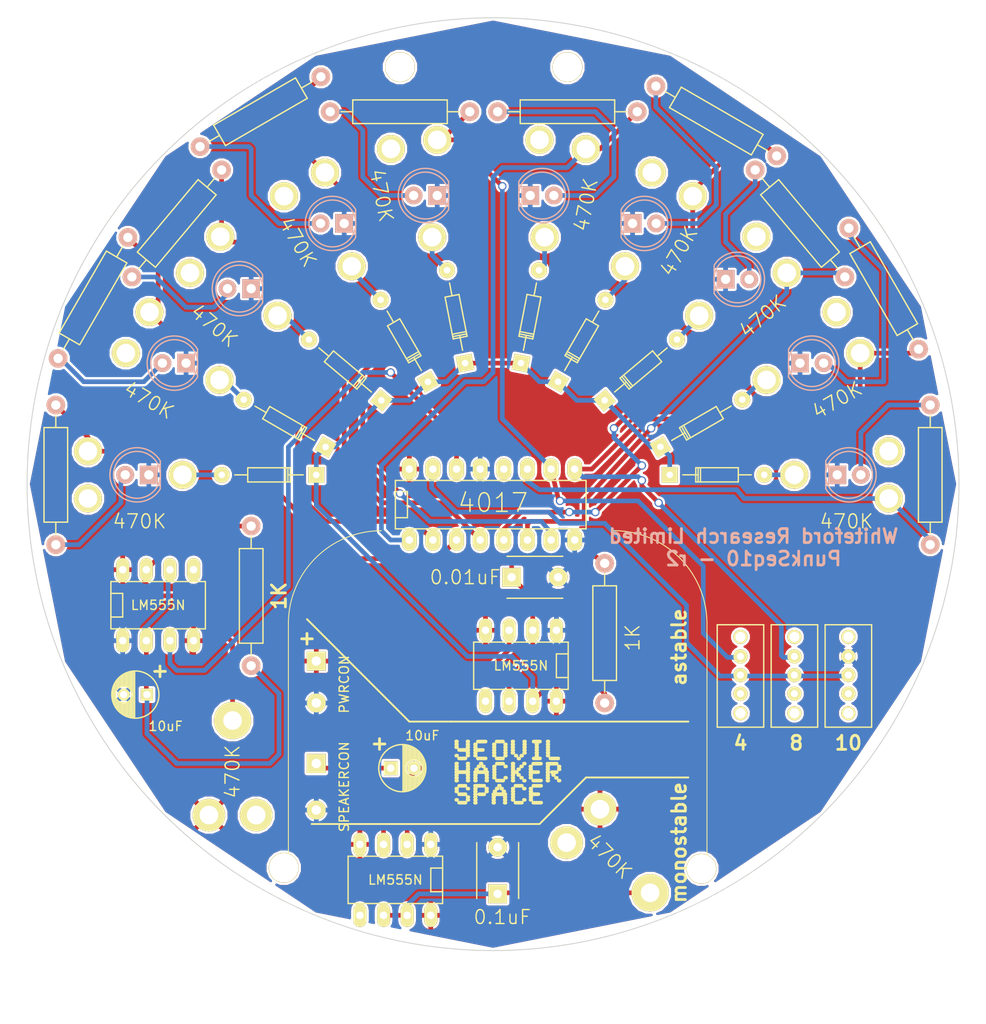
<source format=kicad_pcb>
(kicad_pcb (version 4) (host pcbnew "(2015-11-24 BZR 6329)-product")
  (layers (0 F.Cu signal) (31 B.Cu signal) (34 B.Paste user) (35 F.Paste user) (36 B.SilkS user) (37 F.SilkS user) (38 B.Mask user) (39 F.Mask user) (44 Edge.Cuts user))
  (net 0 "")
  (net 1 "Net-(C1-Pad1)")
  (net 2 GND)
  (net 3 "Net-(C2-Pad1)")
  (net 4 "Net-(C3-Pad1)")
  (net 5 "Net-(C3-Pad2)")
  (net 6 "Net-(U1-Pad3)")
  (net 7 +9V)
  (net 8 "Net-(1K1-Pad1)")
  (net 9 "Net-(1K1-Pad2)")
  (net 10 "Net-(D1-Pad2)")
  (net 11 CV)
  (net 12 "Net-(D2-Pad2)")
  (net 13 "Net-(D3-Pad2)")
  (net 14 "Net-(D4-Pad2)")
  (net 15 "Net-(D5-Pad2)")
  (net 16 "Net-(D6-Pad2)")
  (net 17 "Net-(D7-Pad2)")
  (net 18 "Net-(D8-Pad2)")
  (net 19 "Net-(D9-Pad2)")
  (net 20 "Net-(D10-Pad2)")
  (net 21 "Net-(D11-Pad2)")
  (net 22 "Net-(D12-Pad2)")
  (net 23 "Net-(D13-Pad2)")
  (net 24 "Net-(D14-Pad2)")
  (net 25 "Net-(D15-Pad2)")
  (net 26 "Net-(D16-Pad2)")
  (net 27 "Net-(D17-Pad2)")
  (net 28 "Net-(D18-Pad2)")
  (net 29 "Net-(D19-Pad2)")
  (net 30 "Net-(D20-Pad2)")
  (net 31 "Net-(R2-Pad1)")
  (net 32 "Net-(R3-Pad1)")
  (net 33 "Net-(R4-Pad1)")
  (net 34 "Net-(R5-Pad1)")
  (net 35 "Net-(R6-Pad1)")
  (net 36 "Net-(R7-Pad1)")
  (net 37 "Net-(R8-Pad1)")
  (net 38 "Net-(R9-Pad1)")
  (net 39 "Net-(R10-Pad1)")
  (net 40 "Net-(R11-Pad1)")
  (net 41 "Net-(U3-Pad3)")
  (net 42 "Net-(SW1-Pad2)")
  (module switch:CK_FARN1201430 (layer F.Cu) (at 238.6 89.6 90)
    (fp_text reference SW1 hide)
    (fp_text value SWITCH_INV hide)
    (pad 1 thru_hole circle (at -1.9 0 90) (size 1.524 1.524) (drill 0.762) (layers *.Cu *.Mask F.SilkS))
    (pad 2 thru_hole circle (at 0.1 0 90) (size 1.524 1.524) (drill 0.762) (layers *.Cu *.Mask F.SilkS) (net 42 "Net-(SW1-Pad2)"))
    (pad 3 thru_hole circle (at 2.1 0 90) (size 1.524 1.524) (drill 0.762) (layers *.Cu *.Mask F.SilkS) (net 35 "Net-(R6-Pad1)"))
    (pad "" thru_hole circle (at 4.2 0 90) (size 1.524 1.524) (drill 1.1) (layers *.Cu *.Mask F.SilkS))
    (pad "" thru_hole circle (at -4 0 90) (size 1.524 1.524) (drill 1.1) (layers *.Cu *.Mask F.SilkS))
  )
  (module Socket_Strips:Socket_Strip_Straight_1x01 (layer F.Cu) (at 189.5 110.2)
    (fp_text reference REF** hide)
    (fp_text value Socket_Strip_Straight_1x01 hide)
    (pad 1 thru_hole circle (at 0 0) (size 3.2 3.2) (drill 3.1) (layers *.Cu *.Mask F.SilkS))
  )
  (module Socket_Strips:Socket_Strip_Straight_1x01 (layer F.Cu) (at 234.4 110.3)
    (fp_text reference REF** hide)
    (fp_text value Socket_Strip_Straight_1x01 hide)
    (pad 1 thru_hole circle (at 0 0) (size 3.2 3.2) (drill 3.1) (layers *.Cu *.Mask F.SilkS))
  )
  (module Socket_Strips:Socket_Strip_Straight_1x01 (layer F.Cu) (at 220 24.2)
    (fp_text reference REF** hide)
    (fp_text value Socket_Strip_Straight_1x01 hide)
    (pad 1 thru_hole circle (at 0 0) (size 3.2 3.2) (drill 3.1) (layers *.Cu *.Mask F.SilkS))
  )
  (module Socket_Strips:Socket_Strip_Straight_1x01 (layer F.Cu) (at 202 24.2)
    (fp_text reference REF** hide)
    (fp_text value Socket_Strip_Straight_1x01 hide)
    (pad 1 thru_hole circle (at 0 0) (size 3.2 3.2) (drill 3.1) (layers *.Cu *.Mask F.SilkS))
  )
  (module Housings_DIP:DIP-16_W7.62mm_LongPads (layer F.Cu) (at 203 75 90)
    (fp_text reference U4 hide)
    (fp_text value 4017 (at 4 9 180) (layer F.SilkS) (effects (font (size 2 2))))
    (pad 1 thru_hole oval (at 0 0 90) (size 2.3 1.6) (drill 0.8) (layers *.Cu *.Mask F.SilkS) (net 36 "Net-(R7-Pad1)"))
    (pad 2 thru_hole oval (at 0 2.54 90) (size 2.3 1.6) (drill 0.8) (layers *.Cu *.Mask F.SilkS) (net 32 "Net-(R3-Pad1)"))
    (pad 3 thru_hole oval (at 0 5.08 90) (size 2.3 1.6) (drill 0.8) (layers *.Cu *.Mask F.SilkS) (net 31 "Net-(R2-Pad1)"))
    (pad 4 thru_hole oval (at 0 7.62 90) (size 2.3 1.6) (drill 0.8) (layers *.Cu *.Mask F.SilkS) (net 33 "Net-(R4-Pad1)"))
    (pad 5 thru_hole oval (at 0 10.16 90) (size 2.3 1.6) (drill 0.8) (layers *.Cu *.Mask F.SilkS) (net 37 "Net-(R8-Pad1)"))
    (pad 6 thru_hole oval (at 0 12.7 90) (size 2.3 1.6) (drill 0.8) (layers *.Cu *.Mask F.SilkS) (net 38 "Net-(R9-Pad1)"))
    (pad 7 thru_hole oval (at 0 15.24 90) (size 2.3 1.6) (drill 0.8) (layers *.Cu *.Mask F.SilkS) (net 34 "Net-(R5-Pad1)"))
    (pad 8 thru_hole oval (at 0 17.78 90) (size 2.3 1.6) (drill 0.8) (layers *.Cu *.Mask F.SilkS) (net 2 GND))
    (pad 9 thru_hole oval (at 7.62 17.78 90) (size 2.3 1.6) (drill 0.8) (layers *.Cu *.Mask F.SilkS) (net 39 "Net-(R10-Pad1)"))
    (pad 10 thru_hole oval (at 7.62 15.24 90) (size 2.3 1.6) (drill 0.8) (layers *.Cu *.Mask F.SilkS) (net 35 "Net-(R6-Pad1)"))
    (pad 11 thru_hole oval (at 7.62 12.7 90) (size 2.3 1.6) (drill 0.8) (layers *.Cu *.Mask F.SilkS) (net 40 "Net-(R11-Pad1)"))
    (pad 12 thru_hole oval (at 7.62 10.16 90) (size 2.3 1.6) (drill 0.8) (layers *.Cu *.Mask F.SilkS))
    (pad 13 thru_hole oval (at 7.62 7.62 90) (size 2.3 1.6) (drill 0.8) (layers *.Cu *.Mask F.SilkS) (net 2 GND))
    (pad 14 thru_hole oval (at 7.62 5.08 90) (size 2.3 1.6) (drill 0.8) (layers *.Cu *.Mask F.SilkS) (net 41 "Net-(U3-Pad3)"))
    (pad 15 thru_hole oval (at 7.62 2.54 90) (size 2.3 1.6) (drill 0.8) (layers *.Cu *.Mask F.SilkS) (net 42 "Net-(SW1-Pad2)"))
    (pad 16 thru_hole oval (at 7.62 0 90) (size 2.3 1.6) (drill 0.8) (layers *.Cu *.Mask F.SilkS) (net 7 +9V))
  )
  (module Sockets_DIP:DIP-8__300 (layer F.Cu) (at 176 82)
    (fp_text reference U3 hide)
    (fp_text value LM555N (at 0 0) (layer F.SilkS))
    (pad 1 thru_hole oval (at -3.81 3.81) (size 1.4 2.5) (drill 0.8128) (layers *.Cu *.Mask F.SilkS) (net 2 GND))
    (pad 2 thru_hole oval (at -1.27 3.81) (size 1.4 2.5) (drill 0.8128) (layers *.Cu *.Mask F.SilkS) (net 9 "Net-(1K1-Pad2)"))
    (pad 3 thru_hole oval (at 1.27 3.81) (size 1.4 2.5) (drill 0.8128) (layers *.Cu *.Mask F.SilkS) (net 41 "Net-(U3-Pad3)"))
    (pad 4 thru_hole oval (at 3.81 3.81) (size 1.4 2.5) (drill 0.8128) (layers *.Cu *.Mask F.SilkS) (net 7 +9V))
    (pad 5 thru_hole oval (at 3.81 -3.81) (size 1.4 2.5) (drill 0.8128) (layers *.Cu *.Mask F.SilkS))
    (pad 6 thru_hole oval (at 1.27 -3.81) (size 1.4 2.5) (drill 0.8128) (layers *.Cu *.Mask F.SilkS) (net 9 "Net-(1K1-Pad2)"))
    (pad 7 thru_hole oval (at -1.27 -3.81) (size 1.4 2.5) (drill 0.8128) (layers *.Cu *.Mask F.SilkS) (net 8 "Net-(1K1-Pad1)"))
    (pad 8 thru_hole oval (at -3.81 -3.81) (size 1.4 2.5) (drill 0.8128) (layers *.Cu *.Mask F.SilkS) (net 7 +9V))
  )
  (module Socket_Strips:Socket_Strip_Straight_1x02 (layer F.Cu) (at 193 90.5 270)
    (fp_text reference P2 hide)
    (fp_text value PWRCON (at 0 -3 270) (layer F.SilkS))
    (pad 1 thru_hole rect (at -2.5 0 270) (size 2.032 2.032) (drill 1.016) (layers *.Cu *.Mask F.SilkS) (net 7 +9V))
    (pad 2 thru_hole oval (at 2 0 270) (size 2.032 2.032) (drill 1.016) (layers *.Cu *.Mask F.SilkS) (net 2 GND))
  )
  (module Socket_Strips:Socket_Strip_Straight_1x02 (layer F.Cu) (at 193 101.5 270)
    (fp_text reference P1 hide)
    (fp_text value SPEAKERCON (at 0 -3 270) (layer F.SilkS))
    (pad 1 thru_hole rect (at -2.5 0 270) (size 2.032 2.032) (drill 1.016) (layers *.Cu *.Mask F.SilkS) (net 4 "Net-(C3-Pad1)"))
    (pad 2 thru_hole oval (at 2.5 0 270) (size 2.032 2.032) (drill 1.016) (layers *.Cu *.Mask F.SilkS) (net 2 GND))
  )
  (module Sockets_DIP:DIP-8__300 (layer F.Cu) (at 201.5 111.5 180)
    (fp_text reference U2 hide)
    (fp_text value LM555N (at 0 0 180) (layer F.SilkS))
    (pad 1 thru_hole oval (at -3.81 3.81 180) (size 1.4 2.5) (drill 0.8128) (layers *.Cu *.Mask F.SilkS) (net 2 GND))
    (pad 2 thru_hole oval (at -1.27 3.81 180) (size 1.4 2.5) (drill 0.8128) (layers *.Cu *.Mask F.SilkS) (net 6 "Net-(U1-Pad3)"))
    (pad 3 thru_hole oval (at 1.27 3.81 180) (size 1.4 2.5) (drill 0.8128) (layers *.Cu *.Mask F.SilkS) (net 5 "Net-(C3-Pad2)"))
    (pad 4 thru_hole oval (at 3.81 3.81 180) (size 1.4 2.5) (drill 0.8128) (layers *.Cu *.Mask F.SilkS) (net 7 +9V))
    (pad 5 thru_hole oval (at 3.81 -3.81 180) (size 1.4 2.5) (drill 0.8128) (layers *.Cu *.Mask F.SilkS))
    (pad 6 thru_hole oval (at 1.27 -3.81 180) (size 1.4 2.5) (drill 0.8128) (layers *.Cu *.Mask F.SilkS) (net 3 "Net-(C2-Pad1)"))
    (pad 7 thru_hole oval (at -1.27 -3.81 180) (size 1.4 2.5) (drill 0.8128) (layers *.Cu *.Mask F.SilkS) (net 3 "Net-(C2-Pad1)"))
    (pad 8 thru_hole oval (at -3.81 -3.81 180) (size 1.4 2.5) (drill 0.8128) (layers *.Cu *.Mask F.SilkS) (net 7 +9V))
  )
  (module Sockets_DIP:DIP-8__300 (layer F.Cu) (at 215 88.5 180)
    (fp_text reference U1 hide)
    (fp_text value LM555N (at 0 0 180) (layer F.SilkS))
    (pad 1 thru_hole oval (at -3.81 3.81 180) (size 1.4 2.5) (drill 0.8128) (layers *.Cu *.Mask F.SilkS) (net 2 GND))
    (pad 2 thru_hole oval (at -1.27 3.81 180) (size 1.4 2.5) (drill 0.8128) (layers *.Cu *.Mask F.SilkS) (net 1 "Net-(C1-Pad1)"))
    (pad 3 thru_hole oval (at 1.27 3.81 180) (size 1.4 2.5) (drill 0.8128) (layers *.Cu *.Mask F.SilkS) (net 6 "Net-(U1-Pad3)"))
    (pad 4 thru_hole oval (at 3.81 3.81 180) (size 1.4 2.5) (drill 0.8128) (layers *.Cu *.Mask F.SilkS) (net 7 +9V))
    (pad 5 thru_hole oval (at 3.81 -3.81 180) (size 1.4 2.5) (drill 0.8128) (layers *.Cu *.Mask F.SilkS))
    (pad 6 thru_hole oval (at 1.27 -3.81 180) (size 1.4 2.5) (drill 0.8128) (layers *.Cu *.Mask F.SilkS) (net 1 "Net-(C1-Pad1)"))
    (pad 7 thru_hole oval (at -1.27 -3.81 180) (size 1.4 2.5) (drill 0.8128) (layers *.Cu *.Mask F.SilkS) (net 11 CV))
    (pad 8 thru_hole oval (at -3.81 -3.81 180) (size 1.4 2.5) (drill 0.8128) (layers *.Cu *.Mask F.SilkS) (net 7 +9V))
  )
  (module Capacitors_ThroughHole:C_Disc_D6_P5 (layer F.Cu) (at 214 79)
    (fp_text reference C1 hide)
    (fp_text value 0.01uF (at -5 0) (layer F.SilkS) (effects (font (size 1.5 1.5))))
    (pad 1 thru_hole rect (at 0 0) (size 2 2) (drill 0.9) (layers *.Cu *.Mask F.SilkS) (net 1 "Net-(C1-Pad1)"))
    (pad 2 thru_hole circle (at 5 0) (size 2 2) (drill 0.9) (layers *.Cu *.Mask F.SilkS) (net 2 GND))
  )
  (module Capacitors_ThroughHole:C_Disc_D6_P5 (layer F.Cu) (at 212.5 113 90)
    (fp_text reference C2 hide)
    (fp_text value 0.1uF (at -2.5 0.5 180) (layer F.SilkS) (effects (font (size 1.5 1.5))))
    (pad 1 thru_hole rect (at 0 0 90) (size 2 2) (drill 0.9) (layers *.Cu *.Mask F.SilkS) (net 3 "Net-(C2-Pad1)"))
    (pad 2 thru_hole circle (at 5 0 90) (size 2 2) (drill 0.9) (layers *.Cu *.Mask F.SilkS) (net 2 GND))
  )
  (module Resistors_ThroughHole:Resistor_Horizontal_RM15mm (layer F.Cu) (at 224 85 90)
    (fp_text reference R1 hide)
    (fp_text value 1K (at -0.5 3 90) (layer F.SilkS) (effects (font (size 1.5 1.5))))
    (pad 1 thru_hole circle (at -7.5 0 90) (size 1.99898 1.99898) (drill 1.00076) (layers *.Cu *.SilkS *.Mask) (net 11 CV))
    (pad 2 thru_hole circle (at 7.5 0 90) (size 1.99898 1.99898) (drill 1.00076) (layers *.Cu *.SilkS *.Mask) (net 1 "Net-(C1-Pad1)"))
  )
  (module PNZ10Z:PNZ10Z (layer F.Cu) (at 223.5 107.5 225)
    (fp_text reference VR2 hide)
    (fp_text value 470K (at 0.353553 -1.767767 315) (layer F.SilkS) (effects (font (size 1.5 1.5))))
    (pad 1 thru_hole circle (at -2.54 2.54 225) (size 3.5 3.5) (drill 2) (layers *.Cu *.Mask F.SilkS) (net 7 +9V))
    (pad 3 thru_hole circle (at 2.54 2.54 225) (size 3.5 3.5) (drill 2) (layers *.Cu *.Mask F.SilkS))
    (pad 2 thru_hole circle (at 0 -7.62 225) (size 4 4) (drill 2) (layers *.Cu *.Mask F.SilkS) (net 3 "Net-(C2-Pad1)"))
  )
  (module PNZ10Z:PNZ10Z (layer F.Cu) (at 184 102)
    (fp_text reference VR1 hide)
    (fp_text value 470K (at 0 -2.12132 90) (layer F.SilkS) (effects (font (size 1.5 1.5))))
    (pad 1 thru_hole circle (at -2.54 2.54) (size 3.5 3.5) (drill 2) (layers *.Cu *.Mask F.SilkS) (net 7 +9V))
    (pad 3 thru_hole circle (at 2.54 2.54) (size 3.5 3.5) (drill 2) (layers *.Cu *.Mask F.SilkS))
    (pad 2 thru_hole circle (at 0 -7.62) (size 4 4) (drill 2) (layers *.Cu *.Mask F.SilkS) (net 8 "Net-(1K1-Pad1)"))
  )
  (module PNZ10Z:logo (layer F.Cu) (at 213.5 100)
    (fp_text reference G*** hide)
    (fp_text value LOGO hide)
  )
  (module Capacitors_ThroughHole:C_Radial_D5_L11_P2.5 (layer F.Cu) (at 201 99.5)
    (fp_text reference C3 hide)
    (fp_text value CP hide)
    (pad 1 thru_hole rect (at 0 0) (size 1.5 1.5) (drill 0.8) (layers *.Cu *.Mask F.SilkS) (net 4 "Net-(C3-Pad1)"))
    (pad 2 thru_hole circle (at 2.5 0) (size 1.5 1.5) (drill 0.8) (layers *.Cu *.Mask F.SilkS) (net 5 "Net-(C3-Pad2)"))
  )
  (module LEDs:LED-5MM (layer B.Cu) (at 175 68 180)
    (fp_text reference D11 hide)
    (fp_text value LED hide)
    (pad 1 thru_hole rect (at 0 0 90) (size 2 1.9) (drill 1.00076) (layers *.Cu *.Mask B.SilkS) (net 2 GND))
    (pad 2 thru_hole circle (at 2.54 0 180) (size 1.9 1.9) (drill 1.00076) (layers *.Cu *.Mask B.SilkS) (net 21 "Net-(D11-Pad2)"))
  )
  (module LEDs:LED-5MM (layer B.Cu) (at 179 56 180)
    (fp_text reference D12 hide)
    (fp_text value LED hide)
    (pad 1 thru_hole rect (at 0 0 90) (size 2 1.9) (drill 1.00076) (layers *.Cu *.Mask B.SilkS) (net 2 GND))
    (pad 2 thru_hole circle (at 2.54 0 180) (size 1.9 1.9) (drill 1.00076) (layers *.Cu *.Mask B.SilkS) (net 22 "Net-(D12-Pad2)"))
  )
  (module LEDs:LED-5MM (layer B.Cu) (at 186 48 180)
    (fp_text reference D13 hide)
    (fp_text value LED hide)
    (pad 1 thru_hole rect (at 0 0 90) (size 2 1.9) (drill 1.00076) (layers *.Cu *.Mask B.SilkS) (net 2 GND))
    (pad 2 thru_hole circle (at 2.54 0 180) (size 1.9 1.9) (drill 1.00076) (layers *.Cu *.Mask B.SilkS) (net 23 "Net-(D13-Pad2)"))
  )
  (module LEDs:LED-5MM (layer B.Cu) (at 196 41 180)
    (fp_text reference D14 hide)
    (fp_text value LED hide)
    (pad 1 thru_hole rect (at 0 0 90) (size 2 1.9) (drill 1.00076) (layers *.Cu *.Mask B.SilkS) (net 2 GND))
    (pad 2 thru_hole circle (at 2.54 0 180) (size 1.9 1.9) (drill 1.00076) (layers *.Cu *.Mask B.SilkS) (net 24 "Net-(D14-Pad2)"))
  )
  (module LEDs:LED-5MM (layer B.Cu) (at 206 38 180)
    (fp_text reference D15 hide)
    (fp_text value LED)
    (pad 1 thru_hole rect (at 0 0 90) (size 2 1.9) (drill 1.00076) (layers *.Cu *.Mask B.SilkS) (net 2 GND))
    (pad 2 thru_hole circle (at 2.54 0 180) (size 1.9 1.9) (drill 1.00076) (layers *.Cu *.Mask B.SilkS) (net 25 "Net-(D15-Pad2)"))
  )
  (module LEDs:LED-5MM (layer B.Cu) (at 216 38)
    (fp_text reference D16 hide)
    (fp_text value LED)
    (pad 1 thru_hole rect (at 0 0 270) (size 2 1.9) (drill 1.00076) (layers *.Cu *.Mask B.SilkS) (net 2 GND))
    (pad 2 thru_hole circle (at 2.54 0) (size 1.9 1.9) (drill 1.00076) (layers *.Cu *.Mask B.SilkS) (net 26 "Net-(D16-Pad2)"))
  )
  (module LEDs:LED-5MM (layer B.Cu) (at 227 41)
    (fp_text reference D17 hide)
    (fp_text value LED)
    (pad 1 thru_hole rect (at 0 0 270) (size 2 1.9) (drill 1.00076) (layers *.Cu *.Mask B.SilkS) (net 2 GND))
    (pad 2 thru_hole circle (at 2.54 0) (size 1.9 1.9) (drill 1.00076) (layers *.Cu *.Mask B.SilkS) (net 27 "Net-(D17-Pad2)"))
  )
  (module LEDs:LED-5MM (layer B.Cu) (at 237 47)
    (fp_text reference D18 hide)
    (fp_text value LED)
    (pad 1 thru_hole rect (at 0 0 270) (size 2 1.9) (drill 1.00076) (layers *.Cu *.Mask B.SilkS) (net 2 GND))
    (pad 2 thru_hole circle (at 2.54 0) (size 1.9 1.9) (drill 1.00076) (layers *.Cu *.Mask B.SilkS) (net 28 "Net-(D18-Pad2)"))
  )
  (module LEDs:LED-5MM (layer B.Cu) (at 245 56)
    (fp_text reference D19 hide)
    (fp_text value LED hide)
    (pad 1 thru_hole rect (at 0 0 270) (size 2 1.9) (drill 1.00076) (layers *.Cu *.Mask B.SilkS) (net 2 GND))
    (pad 2 thru_hole circle (at 2.54 0) (size 1.9 1.9) (drill 1.00076) (layers *.Cu *.Mask B.SilkS) (net 29 "Net-(D19-Pad2)"))
  )
  (module LEDs:LED-5MM (layer B.Cu) (at 249 68)
    (fp_text reference D20 hide)
    (fp_text value LED hide)
    (pad 1 thru_hole rect (at 0 0 270) (size 2 1.9) (drill 1.00076) (layers *.Cu *.Mask B.SilkS) (net 2 GND))
    (pad 2 thru_hole circle (at 2.54 0) (size 1.9 1.9) (drill 1.00076) (layers *.Cu *.Mask B.SilkS) (net 30 "Net-(D20-Pad2)"))
  )
  (module PNZ10Z:PNZ10Z (layer F.Cu) (at 171 68 270)
    (fp_text reference VR3 hide)
    (fp_text value 470K (at 5 -3 360) (layer F.SilkS) (effects (font (size 1.5 1.5))))
    (pad 1 thru_hole circle (at -2.54 2.54 270) (size 3 3) (drill 2) (layers *.Cu *.Mask F.SilkS) (net 31 "Net-(R2-Pad1)"))
    (pad 3 thru_hole circle (at 2.54 2.54 270) (size 3 3) (drill 2) (layers *.Cu *.Mask F.SilkS))
    (pad 2 thru_hole circle (at 0 -7.62 270) (size 3 3) (drill 2) (layers *.Cu *.Mask F.SilkS) (net 10 "Net-(D1-Pad2)"))
  )
  (module PNZ10Z:PNZ10Z (layer F.Cu) (at 176 54 240)
    (fp_text reference VR4 hide)
    (fp_text value 470K (at 5.696152 -2.133975 330) (layer F.SilkS) (effects (font (size 1.5 1.5))))
    (pad 1 thru_hole circle (at -2.54 2.54 240) (size 3 3) (drill 2) (layers *.Cu *.Mask F.SilkS) (net 32 "Net-(R3-Pad1)"))
    (pad 3 thru_hole circle (at 2.54 2.54 240) (size 3 3) (drill 2) (layers *.Cu *.Mask F.SilkS))
    (pad 2 thru_hole circle (at 0 -7.62 240) (size 3 3) (drill 2) (layers *.Cu *.Mask F.SilkS) (net 12 "Net-(D2-Pad2)"))
  )
  (module PNZ10Z:PNZ10Z (layer F.Cu) (at 183 46 230)
    (fp_text reference VR5 hide)
    (fp_text value 470K (at 5.239054 -3.090681 320) (layer F.SilkS) (effects (font (size 1.5 1.5))))
    (pad 1 thru_hole circle (at -2.54 2.54 230) (size 3 3) (drill 2) (layers *.Cu *.Mask F.SilkS) (net 33 "Net-(R4-Pad1)"))
    (pad 3 thru_hole circle (at 2.54 2.54 230) (size 3 3) (drill 2) (layers *.Cu *.Mask F.SilkS))
    (pad 2 thru_hole circle (at 0 -7.62 230) (size 3 3) (drill 2) (layers *.Cu *.Mask F.SilkS) (net 13 "Net-(D3-Pad2)"))
  )
  (module PNZ10Z:PNZ10Z (layer F.Cu) (at 193 39 210)
    (fp_text reference VR6 hide)
    (fp_text value 470K (at 3.732051 -2.464102 300) (layer F.SilkS) (effects (font (size 1.5 1.5))))
    (pad 1 thru_hole circle (at -2.54 2.54 210) (size 3 3) (drill 2) (layers *.Cu *.Mask F.SilkS) (net 34 "Net-(R5-Pad1)"))
    (pad 3 thru_hole circle (at 2.54 2.54 210) (size 3 3) (drill 2) (layers *.Cu *.Mask F.SilkS))
    (pad 2 thru_hole circle (at 0 -7.62 210) (size 3 3) (drill 2) (layers *.Cu *.Mask F.SilkS) (net 14 "Net-(D4-Pad2)"))
  )
  (module PNZ10Z:PNZ10Z (layer F.Cu) (at 204 35 191)
    (fp_text reference VR7 hide)
    (fp_text value 470K (at 4.498936 -2.181646 461) (layer F.SilkS) (effects (font (size 1.5 1.5))))
    (pad 1 thru_hole circle (at -2.54 2.54 191) (size 3 3) (drill 2) (layers *.Cu *.Mask F.SilkS) (net 35 "Net-(R6-Pad1)"))
    (pad 3 thru_hole circle (at 2.54 2.54 191) (size 3 3) (drill 2) (layers *.Cu *.Mask F.SilkS))
    (pad 2 thru_hole circle (at 0 -7.62 191) (size 3 3) (drill 2) (layers *.Cu *.Mask F.SilkS) (net 15 "Net-(D5-Pad2)"))
  )
  (module PNZ10Z:PNZ10Z (layer F.Cu) (at 219 35 169)
    (fp_text reference VR8 hide)
    (fp_text value 470K (at -3.708118 -3.354082 259) (layer F.SilkS) (effects (font (size 1.5 1.5))))
    (pad 1 thru_hole circle (at -2.54 2.54 169) (size 3 3) (drill 2) (layers *.Cu *.Mask F.SilkS) (net 36 "Net-(R7-Pad1)"))
    (pad 3 thru_hole circle (at 2.54 2.54 169) (size 3 3) (drill 2) (layers *.Cu *.Mask F.SilkS))
    (pad 2 thru_hole circle (at 0 -7.62 169) (size 3 3) (drill 2) (layers *.Cu *.Mask F.SilkS) (net 16 "Net-(D6-Pad2)"))
  )
  (module PNZ10Z:PNZ10Z (layer F.Cu) (at 230 39 150)
    (fp_text reference VR9 hide)
    (fp_text value 470K (at -4.232051 -3.330127 240) (layer F.SilkS) (effects (font (size 1.5 1.5))))
    (pad 1 thru_hole circle (at -2.54 2.54 150) (size 3 3) (drill 2) (layers *.Cu *.Mask F.SilkS) (net 37 "Net-(R8-Pad1)"))
    (pad 3 thru_hole circle (at 2.54 2.54 150) (size 3 3) (drill 2) (layers *.Cu *.Mask F.SilkS))
    (pad 2 thru_hole circle (at 0 -7.62 150) (size 3 3) (drill 2) (layers *.Cu *.Mask F.SilkS) (net 17 "Net-(D7-Pad2)"))
  )
  (module PNZ10Z:PNZ10Z (layer F.Cu) (at 240 46 130)
    (fp_text reference VR10 hide)
    (fp_text value 470K (at -4.47301 -2.447894 220) (layer F.SilkS) (effects (font (size 1.5 1.5))))
    (pad 1 thru_hole circle (at -2.54 2.54 130) (size 3 3) (drill 2) (layers *.Cu *.Mask F.SilkS) (net 38 "Net-(R9-Pad1)"))
    (pad 3 thru_hole circle (at 2.54 2.54 130) (size 3 3) (drill 2) (layers *.Cu *.Mask F.SilkS))
    (pad 2 thru_hole circle (at 0 -7.62 130) (size 3 3) (drill 2) (layers *.Cu *.Mask F.SilkS) (net 18 "Net-(D8-Pad2)"))
  )
  (module PNZ10Z:PNZ10Z (layer F.Cu) (at 248 54 120)
    (fp_text reference VR11 hide)
    (fp_text value 470K (at -5.696152 -2.133975 210) (layer F.SilkS) (effects (font (size 1.5 1.5))))
    (pad 1 thru_hole circle (at -2.54 2.54 120) (size 3 3) (drill 2) (layers *.Cu *.Mask F.SilkS) (net 39 "Net-(R10-Pad1)"))
    (pad 3 thru_hole circle (at 2.54 2.54 120) (size 3 3) (drill 2) (layers *.Cu *.Mask F.SilkS))
    (pad 2 thru_hole circle (at 0 -7.62 120) (size 3 3) (drill 2) (layers *.Cu *.Mask F.SilkS) (net 19 "Net-(D9-Pad2)"))
  )
  (module PNZ10Z:PNZ10Z (layer F.Cu) (at 252 68 90)
    (fp_text reference VR12 hide)
    (fp_text value 470K (at -5 -2 180) (layer F.SilkS) (effects (font (size 1.5 1.5))))
    (pad 1 thru_hole circle (at -2.54 2.54 90) (size 3 3) (drill 2) (layers *.Cu *.Mask F.SilkS) (net 40 "Net-(R11-Pad1)"))
    (pad 3 thru_hole circle (at 2.54 2.54 90) (size 3 3) (drill 2) (layers *.Cu *.Mask F.SilkS))
    (pad 2 thru_hole circle (at 0 -7.62 90) (size 3 3) (drill 2) (layers *.Cu *.Mask F.SilkS) (net 20 "Net-(D10-Pad2)"))
  )
  (module Diodes_ThroughHole:Diode_DO-35_SOD27_Horizontal_RM10 (layer F.Cu) (at 193 68 180)
    (fp_text reference D1 hide)
    (fp_text value 1N4148 hide)
    (pad 2 thru_hole circle (at 10.16052 -0.00254) (size 1.69926 1.69926) (drill 0.70104) (layers *.Cu *.Mask F.SilkS) (net 10 "Net-(D1-Pad2)"))
    (pad 1 thru_hole rect (at 0.00052 -0.00254) (size 1.69926 1.69926) (drill 0.70104) (layers *.Cu *.Mask F.SilkS) (net 11 CV))
  )
  (module Diodes_ThroughHole:Diode_DO-35_SOD27_Horizontal_RM10 (layer F.Cu) (at 194 65 150)
    (fp_text reference D2 hide)
    (fp_text value 1N4148 hide)
    (pad 2 thru_hole circle (at 10.16052 -0.00254 330) (size 1.69926 1.69926) (drill 0.70104) (layers *.Cu *.Mask F.SilkS) (net 12 "Net-(D2-Pad2)"))
    (pad 1 thru_hole rect (at 0.00052 -0.00254 330) (size 1.69926 1.69926) (drill 0.70104) (layers *.Cu *.Mask F.SilkS) (net 11 CV))
  )
  (module Diodes_ThroughHole:Diode_DO-35_SOD27_Horizontal_RM10 (layer F.Cu) (at 200 60 140)
    (fp_text reference D3 hide)
    (fp_text value 1N4148 hide)
    (pad 2 thru_hole circle (at 10.16052 -0.00254 320) (size 1.69926 1.69926) (drill 0.70104) (layers *.Cu *.Mask F.SilkS) (net 13 "Net-(D3-Pad2)"))
    (pad 1 thru_hole rect (at 0.00052 -0.00254 320) (size 1.69926 1.69926) (drill 0.70104) (layers *.Cu *.Mask F.SilkS) (net 11 CV))
  )
  (module Diodes_ThroughHole:Diode_DO-35_SOD27_Horizontal_RM10 (layer F.Cu) (at 205 58 120)
    (fp_text reference D4 hide)
    (fp_text value 1N4148 hide)
    (pad 2 thru_hole circle (at 10.16052 -0.00254 300) (size 1.69926 1.69926) (drill 0.70104) (layers *.Cu *.Mask F.SilkS) (net 14 "Net-(D4-Pad2)"))
    (pad 1 thru_hole rect (at 0.00052 -0.00254 300) (size 1.69926 1.69926) (drill 0.70104) (layers *.Cu *.Mask F.SilkS) (net 11 CV))
  )
  (module Diodes_ThroughHole:Diode_DO-35_SOD27_Horizontal_RM10 (layer F.Cu) (at 209 56 101)
    (fp_text reference D5 hide)
    (fp_text value 1N4148 hide)
    (pad 2 thru_hole circle (at 10.16052 -0.00254 281) (size 1.69926 1.69926) (drill 0.70104) (layers *.Cu *.Mask F.SilkS) (net 15 "Net-(D5-Pad2)"))
    (pad 1 thru_hole rect (at 0.00052 -0.00254 281) (size 1.69926 1.69926) (drill 0.70104) (layers *.Cu *.Mask F.SilkS) (net 11 CV))
  )
  (module Diodes_ThroughHole:Diode_DO-35_SOD27_Horizontal_RM10 (layer F.Cu) (at 215 56 79)
    (fp_text reference D6 hide)
    (fp_text value 1N4148 hide)
    (pad 2 thru_hole circle (at 10.16052 -0.00254 259) (size 1.69926 1.69926) (drill 0.70104) (layers *.Cu *.Mask F.SilkS) (net 16 "Net-(D6-Pad2)"))
    (pad 1 thru_hole rect (at 0.00052 -0.00254 259) (size 1.69926 1.69926) (drill 0.70104) (layers *.Cu *.Mask F.SilkS) (net 11 CV))
  )
  (module Diodes_ThroughHole:Diode_DO-35_SOD27_Horizontal_RM10 (layer F.Cu) (at 219 58 60)
    (fp_text reference D7 hide)
    (fp_text value 1N4148 hide)
    (pad 2 thru_hole circle (at 10.16052 -0.00254 240) (size 1.69926 1.69926) (drill 0.70104) (layers *.Cu *.Mask F.SilkS) (net 17 "Net-(D7-Pad2)"))
    (pad 1 thru_hole rect (at 0.00052 -0.00254 240) (size 1.69926 1.69926) (drill 0.70104) (layers *.Cu *.Mask F.SilkS) (net 11 CV))
  )
  (module Diodes_ThroughHole:Diode_DO-35_SOD27_Horizontal_RM10 (layer F.Cu) (at 224 60 40)
    (fp_text reference D8 hide)
    (fp_text value 1N4148 hide)
    (pad 2 thru_hole circle (at 10.16052 -0.00254 220) (size 1.69926 1.69926) (drill 0.70104) (layers *.Cu *.Mask F.SilkS) (net 18 "Net-(D8-Pad2)"))
    (pad 1 thru_hole rect (at 0.00052 -0.00254 220) (size 1.69926 1.69926) (drill 0.70104) (layers *.Cu *.Mask F.SilkS) (net 11 CV))
  )
  (module Diodes_ThroughHole:Diode_DO-35_SOD27_Horizontal_RM10 (layer F.Cu) (at 230 65 30)
    (fp_text reference D9 hide)
    (fp_text value 1N4148 hide)
    (pad 2 thru_hole circle (at 10.16052 -0.00254 210) (size 1.69926 1.69926) (drill 0.70104) (layers *.Cu *.Mask F.SilkS) (net 19 "Net-(D9-Pad2)"))
    (pad 1 thru_hole rect (at 0.00052 -0.00254 210) (size 1.69926 1.69926) (drill 0.70104) (layers *.Cu *.Mask F.SilkS) (net 11 CV))
  )
  (module Diodes_ThroughHole:Diode_DO-35_SOD27_Horizontal_RM10 (layer F.Cu) (at 231 68)
    (fp_text reference D10 hide)
    (fp_text value 1N4148 hide)
    (pad 2 thru_hole circle (at 10.16052 -0.00254 180) (size 1.69926 1.69926) (drill 0.70104) (layers *.Cu *.Mask F.SilkS) (net 20 "Net-(D10-Pad2)"))
    (pad 1 thru_hole rect (at 0.00052 -0.00254 180) (size 1.69926 1.69926) (drill 0.70104) (layers *.Cu *.Mask F.SilkS) (net 11 CV))
  )
  (module Resistors_ThroughHole:Resistor_Horizontal_RM15mm (layer F.Cu) (at 186 81 270)
    (fp_text reference 1K1 hide)
    (fp_text value R hide)
    (pad 1 thru_hole circle (at -7.5 0 270) (size 1.99898 1.99898) (drill 1.00076) (layers *.Cu *.SilkS *.Mask) (net 8 "Net-(1K1-Pad1)"))
    (pad 2 thru_hole circle (at 7.5 0 270) (size 1.99898 1.99898) (drill 1.00076) (layers *.Cu *.SilkS *.Mask) (net 9 "Net-(1K1-Pad2)"))
  )
  (module Resistors_ThroughHole:Resistor_Horizontal_RM15mm (layer F.Cu) (at 165 68 270)
    (fp_text reference R2 hide)
    (fp_text value 1K hide)
    (pad 1 thru_hole circle (at -7.5 0 270) (size 1.99898 1.99898) (drill 1.00076) (layers *.Cu *.SilkS *.Mask) (net 31 "Net-(R2-Pad1)"))
    (pad 2 thru_hole circle (at 7.5 0 270) (size 1.99898 1.99898) (drill 1.00076) (layers *.Cu *.SilkS *.Mask) (net 21 "Net-(D11-Pad2)"))
  )
  (module Resistors_ThroughHole:Resistor_Horizontal_RM15mm (layer F.Cu) (at 169 49 240)
    (fp_text reference R3 hide)
    (fp_text value 1K hide)
    (pad 1 thru_hole circle (at -7.5 0 240) (size 1.99898 1.99898) (drill 1.00076) (layers *.Cu *.SilkS *.Mask) (net 32 "Net-(R3-Pad1)"))
    (pad 2 thru_hole circle (at 7.5 0 240) (size 1.99898 1.99898) (drill 1.00076) (layers *.Cu *.SilkS *.Mask) (net 22 "Net-(D12-Pad2)"))
  )
  (module Resistors_ThroughHole:Resistor_Horizontal_RM15mm (layer F.Cu) (at 178 41 230)
    (fp_text reference R4 hide)
    (fp_text value 1K hide)
    (pad 1 thru_hole circle (at -7.5 0 230) (size 1.99898 1.99898) (drill 1.00076) (layers *.Cu *.SilkS *.Mask) (net 33 "Net-(R4-Pad1)"))
    (pad 2 thru_hole circle (at 7.5 0 230) (size 1.99898 1.99898) (drill 1.00076) (layers *.Cu *.SilkS *.Mask) (net 23 "Net-(D13-Pad2)"))
  )
  (module Resistors_ThroughHole:Resistor_Horizontal_RM15mm (layer F.Cu) (at 187 29 210)
    (fp_text reference R5 hide)
    (fp_text value 1K hide)
    (pad 1 thru_hole circle (at -7.5 0 210) (size 1.99898 1.99898) (drill 1.00076) (layers *.Cu *.SilkS *.Mask) (net 34 "Net-(R5-Pad1)"))
    (pad 2 thru_hole circle (at 7.5 0 210) (size 1.99898 1.99898) (drill 1.00076) (layers *.Cu *.SilkS *.Mask) (net 24 "Net-(D14-Pad2)"))
  )
  (module Resistors_ThroughHole:Resistor_Horizontal_RM15mm (layer F.Cu) (at 202 29 180)
    (fp_text reference R6 hide)
    (fp_text value 1K hide)
    (pad 1 thru_hole circle (at -7.5 0 180) (size 1.99898 1.99898) (drill 1.00076) (layers *.Cu *.SilkS *.Mask) (net 35 "Net-(R6-Pad1)"))
    (pad 2 thru_hole circle (at 7.5 0 180) (size 1.99898 1.99898) (drill 1.00076) (layers *.Cu *.SilkS *.Mask) (net 25 "Net-(D15-Pad2)"))
  )
  (module Resistors_ThroughHole:Resistor_Horizontal_RM15mm (layer F.Cu) (at 220 29 180)
    (fp_text reference R7 hide)
    (fp_text value 1K hide)
    (pad 1 thru_hole circle (at -7.5 0 180) (size 1.99898 1.99898) (drill 1.00076) (layers *.Cu *.SilkS *.Mask) (net 36 "Net-(R7-Pad1)"))
    (pad 2 thru_hole circle (at 7.5 0 180) (size 1.99898 1.99898) (drill 1.00076) (layers *.Cu *.SilkS *.Mask) (net 26 "Net-(D16-Pad2)"))
  )
  (module Resistors_ThroughHole:Resistor_Horizontal_RM15mm (layer F.Cu) (at 236 30 150)
    (fp_text reference R8 hide)
    (fp_text value 1K hide)
    (pad 1 thru_hole circle (at -7.5 0 150) (size 1.99898 1.99898) (drill 1.00076) (layers *.Cu *.SilkS *.Mask) (net 37 "Net-(R8-Pad1)"))
    (pad 2 thru_hole circle (at 7.5 0 150) (size 1.99898 1.99898) (drill 1.00076) (layers *.Cu *.SilkS *.Mask) (net 27 "Net-(D17-Pad2)"))
  )
  (module Resistors_ThroughHole:Resistor_Horizontal_RM15mm (layer F.Cu) (at 245 41 130)
    (fp_text reference R9 hide)
    (fp_text value 1K hide)
    (pad 1 thru_hole circle (at -7.5 0 130) (size 1.99898 1.99898) (drill 1.00076) (layers *.Cu *.SilkS *.Mask) (net 38 "Net-(R9-Pad1)"))
    (pad 2 thru_hole circle (at 7.5 0 130) (size 1.99898 1.99898) (drill 1.00076) (layers *.Cu *.SilkS *.Mask) (net 28 "Net-(D18-Pad2)"))
  )
  (module Resistors_ThroughHole:Resistor_Horizontal_RM15mm (layer F.Cu) (at 254 48 120)
    (fp_text reference R10 hide)
    (fp_text value 1K hide)
    (pad 1 thru_hole circle (at -7.5 0 120) (size 1.99898 1.99898) (drill 1.00076) (layers *.Cu *.SilkS *.Mask) (net 39 "Net-(R10-Pad1)"))
    (pad 2 thru_hole circle (at 7.5 0 120) (size 1.99898 1.99898) (drill 1.00076) (layers *.Cu *.SilkS *.Mask) (net 29 "Net-(D19-Pad2)"))
  )
  (module Resistors_ThroughHole:Resistor_Horizontal_RM15mm (layer F.Cu) (at 259 68 90)
    (fp_text reference R11 hide)
    (fp_text value 1K hide)
    (pad 1 thru_hole circle (at -7.5 0 90) (size 1.99898 1.99898) (drill 1.00076) (layers *.Cu *.SilkS *.Mask) (net 40 "Net-(R11-Pad1)"))
    (pad 2 thru_hole circle (at 7.5 0 90) (size 1.99898 1.99898) (drill 1.00076) (layers *.Cu *.SilkS *.Mask) (net 30 "Net-(D20-Pad2)"))
  )
  (module Capacitors_ThroughHole:C_Radial_D5_L11_P2.5 (layer F.Cu) (at 174.8 91.6 180)
    (fp_text reference C4 hide)
    (fp_text value 10uF (at -2 -3.4 180) (layer F.SilkS))
    (pad 1 thru_hole rect (at 0 0 180) (size 1.3 1.3) (drill 0.8) (layers *.Cu *.Mask F.SilkS) (net 9 "Net-(1K1-Pad2)"))
    (pad 2 thru_hole circle (at 2.5 0 180) (size 1.3 1.3) (drill 0.8) (layers *.Cu *.Mask F.SilkS) (net 2 GND))
  )
  (module switch:CK_FARN1201430 (layer F.Cu) (at 244.4 89.6 90)
    (fp_text reference SW2 hide)
    (fp_text value SWITCH_INV hide)
    (pad 1 thru_hole circle (at -1.9 0 90) (size 1.524 1.524) (drill 0.762) (layers *.Cu *.Mask F.SilkS))
    (pad 2 thru_hole circle (at 0.1 0 90) (size 1.524 1.524) (drill 0.762) (layers *.Cu *.Mask F.SilkS) (net 42 "Net-(SW1-Pad2)"))
    (pad 3 thru_hole circle (at 2.1 0 90) (size 1.524 1.524) (drill 0.762) (layers *.Cu *.Mask F.SilkS) (net 39 "Net-(R10-Pad1)"))
    (pad "" thru_hole circle (at 4.2 0 90) (size 1.524 1.524) (drill 1.1) (layers *.Cu *.Mask F.SilkS))
    (pad "" thru_hole circle (at -4 0 90) (size 1.524 1.524) (drill 1.1) (layers *.Cu *.Mask F.SilkS))
  )
  (module switch:CK_FARN1201430 (layer F.Cu) (at 250.2 89.6 90)
    (fp_text reference SW3 hide)
    (fp_text value SWITCH_INV hide)
    (pad 1 thru_hole circle (at -1.9 0 90) (size 1.524 1.524) (drill 0.762) (layers *.Cu *.Mask F.SilkS))
    (pad 2 thru_hole circle (at 0.1 0 90) (size 1.524 1.524) (drill 0.762) (layers *.Cu *.Mask F.SilkS) (net 42 "Net-(SW1-Pad2)"))
    (pad 3 thru_hole circle (at 2.1 0 90) (size 1.524 1.524) (drill 0.762) (layers *.Cu *.Mask F.SilkS) (net 2 GND))
    (pad "" thru_hole circle (at 4.2 0 90) (size 1.524 1.524) (drill 1.1) (layers *.Cu *.Mask F.SilkS))
    (pad "" thru_hole circle (at -4 0 90) (size 1.524 1.524) (drill 1.1) (layers *.Cu *.Mask F.SilkS))
  )
  (gr_text 10uF (at 204.4 96) (layer F.SilkS) (effects (font (size 1 1))))
  (gr_text 10 (at 250.2 96.8) (layer F.SilkS) (effects (font (size 1.5 1.5) (thickness 0.3))))
  (gr_text 8 (at 244.6 96.8) (layer F.SilkS) (effects (font (size 1.5 1.5) (thickness 0.3))))
  (gr_text 4 (at 238.6 96.8) (layer F.SilkS) (effects (font (size 1.5 1.5) (thickness 0.3))))
  (gr_text 1K (at 189 81 90) (layer F.SilkS) (effects (font (size 1.5 1.5) (thickness 0.3))))
  (gr_circle (center 212 69) (end 257 91) (layer Edge.Cuts) (width 0.1))
  (gr_text "Whiteford Research Limited\nPunkSeq10 - r2" (at 240 75.8) (layer B.SilkS) (effects (font (size 1.5 1.5) (thickness 0.3)) (justify mirror)))
  (gr_text + (at 199.8 96.8) (layer F.SilkS) (effects (font (size 1.5 1.5) (thickness 0.3))))
  (gr_text astable (at 232 86.5 90) (layer F.SilkS) (effects (font (size 1.5 1.5) (thickness 0.3))))
  (gr_text monostable (at 232 107.5 90) (layer F.SilkS) (effects (font (size 1.5 1.5) (thickness 0.3))))
  (gr_text + (at 176.2 89) (layer F.SilkS) (effects (font (size 1.5 1.5) (thickness 0.3))))
  (gr_text + (at 192 85.5) (layer F.SilkS) (effects (font (size 1.5 1.5) (thickness 0.3))))
  (gr_line (start 217 105.5) (end 192.5 105.5) (angle 90) (layer F.SilkS) (width 0.2))
  (gr_line (start 222 100.5) (end 217 105.5) (angle 90) (layer F.SilkS) (width 0.2))
  (gr_line (start 233 100.5) (end 222 100.5) (angle 90) (layer F.SilkS) (width 0.2))
  (gr_line (start 203 94.5) (end 207.5 94.5) (angle 90) (layer F.SilkS) (width 0.2))
  (gr_line (start 192 83.5) (end 203 94.5) (angle 90) (layer F.SilkS) (width 0.2))
  (gr_line (start 233 94.5) (end 207.5 94.5) (angle 90) (layer F.SilkS) (width 0.2))
  (gr_arc (start 200 84) (end 190 84) (angle 90) (layer F.SilkS) (width 0.1))
  (gr_arc (start 225 84) (end 225 74) (angle 90) (layer F.SilkS) (width 0.1))
  (gr_line (start 235 84) (end 235 109) (angle 90) (layer F.SilkS) (width 0.1))
  (gr_line (start 190 84) (end 190 109) (angle 90) (layer F.SilkS) (width 0.1))
  (segment (start 224 77.5) (end 223 76.75) (width 0.5) (layer F.Cu) (net 1))
  (segment (start 214 77.5) (end 214 79) (width 0.5) (layer F.Cu) (net 1))
  (segment (start 215 76.75) (end 214 77.5) (width 0.5) (layer F.Cu) (net 1))
  (segment (start 223 76.75) (end 215 76.75) (width 0.5) (layer F.Cu) (net 1))
  (segment (start 216.27 81.27) (end 216.27 84.69) (width 0.5) (layer F.Cu) (net 1))
  (segment (start 214 79) (end 216.27 81.27) (width 0.5) (layer F.Cu) (net 1))
  (segment (start 213.73 89.77) (end 216.27 87.23) (width 0.5) (layer F.Cu) (net 1))
  (segment (start 216.27 87.23) (end 216.27 84.69) (width 0.5) (layer F.Cu) (net 1))
  (segment (start 213.73 92.31) (end 213.73 89.77) (width 0.5) (layer F.Cu) (net 1))
  (segment (start 202.77 115.31) (end 202.77 114.23) (width 0.5) (layer B.Cu) (net 3))
  (segment (start 202.77 114.23) (end 204 113) (width 0.5) (layer B.Cu) (net 3))
  (segment (start 204 113) (end 212.5 113) (width 0.5) (layer B.Cu) (net 3))
  (segment (start 200.23 115.31) (end 202.77 115.31) (width 0.5) (layer F.Cu) (net 3))
  (segment (start 212.611846 112.888154) (end 212.5 113) (width 0.5) (layer F.Cu) (net 3))
  (segment (start 228.888154 112.888154) (end 212.611846 112.888154) (width 0.5) (layer F.Cu) (net 3))
  (segment (start 201.5 99.5) (end 193.5 99.5) (width 0.5) (layer F.Cu) (net 4))
  (segment (start 193.5 99.5) (end 193 99) (width 0.5) (layer F.Cu) (net 4))
  (segment (start 193.5 99.5) (end 193 99) (width 0.5) (layer F.Cu) (net 4))
  (segment (start 204 99.5) (end 200.23 103.27) (width 0.5) (layer F.Cu) (net 5))
  (segment (start 204.5 99.5) (end 204 99.5) (width 0.5) (layer F.Cu) (net 5))
  (segment (start 200.23 103.27) (end 200.23 107.69) (width 0.5) (layer F.Cu) (net 5))
  (segment (start 202.77 105.23) (end 204.5 103.5) (width 0.5) (layer F.Cu) (net 6))
  (segment (start 204.5 103.5) (end 206 103.5) (width 0.5) (layer F.Cu) (net 6))
  (segment (start 206 103.5) (end 208.5 101) (width 0.5) (layer F.Cu) (net 6))
  (segment (start 208.5 101) (end 208.5 92) (width 0.5) (layer F.Cu) (net 6))
  (segment (start 208.5 92) (end 213.73 86.77) (width 0.5) (layer F.Cu) (net 6))
  (segment (start 213.73 86.77) (end 213.73 84.69) (width 0.5) (layer F.Cu) (net 6))
  (segment (start 202.77 107.69) (end 202.77 105.23) (width 0.5) (layer F.Cu) (net 6))
  (segment (start 179.62 86) (end 179.62 102.7) (width 0.5) (layer F.Cu) (net 7))
  (segment (start 179.62 102.7) (end 181.46 104.54) (width 0.5) (layer F.Cu) (net 7))
  (segment (start 179.42 73.5) (end 186 73.5) (width 0.5) (layer F.Cu) (net 8))
  (segment (start 184 94.38) (end 184 86) (width 0.5) (layer F.Cu) (net 8))
  (segment (start 184 86) (end 179 81) (width 0.5) (layer F.Cu) (net 8))
  (segment (start 179 81) (end 176 81) (width 0.5) (layer F.Cu) (net 8))
  (segment (start 174.54 78.38) (end 179.42 73.5) (width 0.5) (layer F.Cu) (net 8))
  (segment (start 174.54 79.54) (end 174.54 78.38) (width 0.5) (layer F.Cu) (net 8))
  (segment (start 176 81) (end 174.54 79.54) (width 0.5) (layer F.Cu) (net 8))
  (segment (start 174.8 91.6) (end 174.8 95.8) (width 0.5) (layer B.Cu) (net 9))
  (segment (start 189 91.5) (end 189 98) (width 0.5) (layer B.Cu) (net 9))
  (segment (start 189 98) (end 188 99) (width 0.5) (layer B.Cu) (net 9))
  (segment (start 188 99) (end 178 99) (width 0.5) (layer B.Cu) (net 9))
  (segment (start 189 91.5) (end 186 88.5) (width 0.5) (layer B.Cu) (net 9))
  (segment (start 174.8 95.8) (end 178 99) (width 0.5) (layer B.Cu) (net 9))
  (segment (start 174.73 85.81) (end 174.73 91.53) (width 0.5) (layer F.Cu) (net 9))
  (segment (start 174.73 91.53) (end 174.8 91.6) (width 0.5) (layer F.Cu) (net 9))
  (segment (start 174.54 86) (end 174.54 84.46) (width 0.5) (layer B.Cu) (net 9))
  (segment (start 177.08 81.92) (end 177.08 78.38) (width 0.5) (layer B.Cu) (net 9))
  (segment (start 174.54 84.46) (end 177.08 81.92) (width 0.5) (layer B.Cu) (net 9))
  (segment (start 182.83948 68.00254) (end 178.62254 68.00254) (width 0.5) (layer B.Cu) (net 10))
  (segment (start 178.62254 68.00254) (end 178.62 68) (width 0.5) (layer B.Cu) (net 10))
  (segment (start 192.99948 68.00254) (end 192.99948 71.24948) (width 0.5) (layer B.Cu) (net 11))
  (segment (start 216.27 89.77) (end 216.27 92.31) (width 0.5) (layer B.Cu) (net 11))
  (segment (start 214 87.5) (end 216.27 89.77) (width 0.5) (layer B.Cu) (net 11))
  (segment (start 209.25 87.5) (end 214 87.5) (width 0.5) (layer B.Cu) (net 11))
  (segment (start 192.99948 71.24948) (end 209.25 87.5) (width 0.5) (layer B.Cu) (net 11))
  (segment (start 193.125 68.12806) (end 192.99948 68.00254) (width 0.5) (layer B.Cu) (net 11))
  (segment (start 208.997407 55.999974) (end 214.996637 55.999974) (width 0.5) (layer F.Cu) (net 11))
  (segment (start 214.996637 55.999974) (end 214.997606 55.999005) (width 0.5) (layer F.Cu) (net 11))
  (segment (start 229.99918 64.99754) (end 231.00052 65.99888) (width 0.5) (layer B.Cu) (net 11))
  (segment (start 231.00052 65.99888) (end 231.00052 67.99746) (width 0.5) (layer B.Cu) (net 11))
  (segment (start 223.998766 59.99772) (end 228.998586 64.99754) (width 0.5) (layer B.Cu) (net 11))
  (segment (start 228.998586 64.99754) (end 229.99918 64.99754) (width 0.5) (layer B.Cu) (net 11))
  (segment (start 218.99806 57.99828) (end 220.9975 59.99772) (width 0.5) (layer B.Cu) (net 11))
  (segment (start 220.9975 59.99772) (end 223.998766 59.99772) (width 0.5) (layer B.Cu) (net 11))
  (segment (start 214.997606 55.999005) (end 216.996881 57.99828) (width 0.5) (layer B.Cu) (net 11))
  (segment (start 216.996881 57.99828) (end 218.99806 57.99828) (width 0.5) (layer B.Cu) (net 11))
  (segment (start 208.997407 55.999974) (end 208.998376 55.999005) (width 0.5) (layer B.Cu) (net 11))
  (segment (start 204.99754 58.00082) (end 206.996561 58.00082) (width 0.5) (layer B.Cu) (net 11))
  (segment (start 206.996561 58.00082) (end 208.997407 55.999974) (width 0.5) (layer B.Cu) (net 11))
  (segment (start 199.997969 60.001612) (end 202.996748 60.001612) (width 0.5) (layer B.Cu) (net 11))
  (segment (start 202.996748 60.001612) (end 204.99754 58.00082) (width 0.5) (layer B.Cu) (net 11))
  (segment (start 193.99828 65.00194) (end 194.997641 65.00194) (width 0.5) (layer B.Cu) (net 11))
  (segment (start 194.997641 65.00194) (end 199.997969 60.001612) (width 0.5) (layer B.Cu) (net 11))
  (segment (start 192.99948 68.00254) (end 192.99948 66.00074) (width 0.5) (layer B.Cu) (net 11))
  (segment (start 192.99948 66.00074) (end 193.99828 65.00194) (width 0.5) (layer B.Cu) (net 11))
  (segment (start 216.27 92.31) (end 216 92.04) (width 0.5) (layer B.Cu) (net 11))
  (segment (start 222.5 90) (end 218.58 90) (width 0.5) (layer F.Cu) (net 11))
  (segment (start 224 92.5) (end 224 91.5) (width 0.5) (layer F.Cu) (net 11))
  (segment (start 224 91.5) (end 222.5 90) (width 0.5) (layer F.Cu) (net 11))
  (segment (start 218.58 90) (end 216.27 92.31) (width 0.5) (layer F.Cu) (net 11))
  (segment (start 182.599114 57.81) (end 183.087522 57.81) (width 0.5) (layer B.Cu) (net 12))
  (segment (start 183.087522 57.81) (end 185.199462 59.92194) (width 0.5) (layer B.Cu) (net 12))
  (segment (start 188.837259 50.898042) (end 189.64211 50.898042) (width 0.5) (layer B.Cu) (net 13))
  (segment (start 189.64211 50.898042) (end 192.214957 53.470889) (width 0.5) (layer B.Cu) (net 13))
  (segment (start 196.81 45.599114) (end 196.81 46.094462) (width 0.5) (layer B.Cu) (net 14))
  (segment (start 196.81 46.094462) (end 199.91754 49.202002) (width 0.5) (layer B.Cu) (net 14))
  (segment (start 205.453965 42.479999) (end 205.453965 44.421819) (width 0.5) (layer B.Cu) (net 15))
  (segment (start 205.453965 44.421819) (end 207.058788 46.026642) (width 0.5) (layer B.Cu) (net 15))
  (segment (start 217.546035 42.479999) (end 217.546035 45.415863) (width 0.5) (layer B.Cu) (net 16))
  (segment (start 217.546035 45.415863) (end 216.936225 46.025673) (width 0.5) (layer B.Cu) (net 16))
  (segment (start 226.19 45.599114) (end 226.19 47.087522) (width 0.5) (layer B.Cu) (net 17))
  (segment (start 226.19 47.087522) (end 224.07806 49.199462) (width 0.5) (layer B.Cu) (net 17))
  (segment (start 234.162741 50.898042) (end 234.162741 51.086034) (width 0.5) (layer B.Cu) (net 18))
  (segment (start 234.162741 51.086034) (end 231.781777 53.466998) (width 0.5) (layer B.Cu) (net 18))
  (segment (start 241.400886 57.81) (end 240.905538 57.81) (width 0.5) (layer B.Cu) (net 19))
  (segment (start 240.905538 57.81) (end 238.797998 59.91754) (width 0.5) (layer B.Cu) (net 19))
  (segment (start 244.38 68) (end 241.16306 68) (width 0.5) (layer B.Cu) (net 20))
  (segment (start 241.16306 68) (end 241.16052 67.99746) (width 0.5) (layer B.Cu) (net 20))
  (segment (start 165 75.5) (end 167.5 75.5) (width 0.5) (layer B.Cu) (net 21))
  (segment (start 172 71) (end 172 68.46) (width 0.5) (layer B.Cu) (net 21))
  (segment (start 167.5 75.5) (end 172 71) (width 0.5) (layer B.Cu) (net 21))
  (segment (start 172 68.46) (end 172.46 68) (width 0.5) (layer B.Cu) (net 21))
  (segment (start 165.25 55.495191) (end 165.495191 55.495191) (width 0.5) (layer B.Cu) (net 22))
  (segment (start 165.495191 55.495191) (end 168 58) (width 0.5) (layer B.Cu) (net 22))
  (segment (start 168 58) (end 174.46 58) (width 0.5) (layer B.Cu) (net 22))
  (segment (start 174.46 58) (end 176.46 56) (width 0.5) (layer B.Cu) (net 22))
  (segment (start 173.179093 46.745333) (end 175.745333 46.745333) (width 0.5) (layer B.Cu) (net 23))
  (segment (start 182 50) (end 183.46 48.54) (width 0.5) (layer B.Cu) (net 23))
  (segment (start 179 50) (end 182 50) (width 0.5) (layer B.Cu) (net 23))
  (segment (start 175.745333 46.745333) (end 179 50) (width 0.5) (layer B.Cu) (net 23))
  (segment (start 183.46 48.54) (end 183.46 48) (width 0.5) (layer B.Cu) (net 23))
  (segment (start 180.504809 32.75) (end 185.75 32.75) (width 0.5) (layer B.Cu) (net 24))
  (segment (start 189 41) (end 193.46 41) (width 0.5) (layer B.Cu) (net 24))
  (segment (start 186 38) (end 189 41) (width 0.5) (layer B.Cu) (net 24))
  (segment (start 186 33) (end 186 38) (width 0.5) (layer B.Cu) (net 24))
  (segment (start 185.75 32.75) (end 186 33) (width 0.5) (layer B.Cu) (net 24))
  (segment (start 194.5 29) (end 196 29) (width 0.5) (layer B.Cu) (net 25))
  (segment (start 200 38) (end 203.46 38) (width 0.5) (layer B.Cu) (net 25))
  (segment (start 198 36) (end 200 38) (width 0.5) (layer B.Cu) (net 25))
  (segment (start 198 31) (end 198 36) (width 0.5) (layer B.Cu) (net 25))
  (segment (start 196 29) (end 198 31) (width 0.5) (layer B.Cu) (net 25))
  (segment (start 212.5 29) (end 223 29) (width 0.5) (layer B.Cu) (net 26))
  (segment (start 223 38) (end 218.54 38) (width 0.5) (layer B.Cu) (net 26))
  (segment (start 225 36) (end 223 38) (width 0.5) (layer B.Cu) (net 26))
  (segment (start 225 31) (end 225 36) (width 0.5) (layer B.Cu) (net 26))
  (segment (start 223 29) (end 225 31) (width 0.5) (layer B.Cu) (net 26))
  (segment (start 229.504809 26.25) (end 229.504809 28.504809) (width 0.5) (layer B.Cu) (net 27))
  (segment (start 234 41) (end 229.54 41) (width 0.5) (layer B.Cu) (net 27))
  (segment (start 236 39) (end 234 41) (width 0.5) (layer B.Cu) (net 27))
  (segment (start 236 35) (end 236 39) (width 0.5) (layer B.Cu) (net 27))
  (segment (start 229.504809 28.504809) (end 236 35) (width 0.5) (layer B.Cu) (net 27))
  (segment (start 240.179093 35.254667) (end 240.179093 36.820907) (width 0.5) (layer B.Cu) (net 28))
  (segment (start 239.54 45.54) (end 239.54 47) (width 0.5) (layer B.Cu) (net 28))
  (segment (start 237 43) (end 239.54 45.54) (width 0.5) (layer B.Cu) (net 28))
  (segment (start 237 40) (end 237 43) (width 0.5) (layer B.Cu) (net 28))
  (segment (start 240.179093 36.820907) (end 237 40) (width 0.5) (layer B.Cu) (net 28))
  (segment (start 250.25 41.504809) (end 250.25 42.25) (width 0.5) (layer B.Cu) (net 29))
  (segment (start 250.25 42.25) (end 254 46) (width 0.5) (layer B.Cu) (net 29))
  (segment (start 254 46) (end 254 58) (width 0.5) (layer B.Cu) (net 29))
  (segment (start 254 58) (end 250 58) (width 0.5) (layer B.Cu) (net 29))
  (segment (start 250 58) (end 248 56) (width 0.5) (layer B.Cu) (net 29))
  (segment (start 248 56) (end 247.54 56) (width 0.5) (layer B.Cu) (net 29))
  (segment (start 259 60.5) (end 254.5 60.5) (width 0.5) (layer B.Cu) (net 30))
  (segment (start 251.54 63.46) (end 251.54 68) (width 0.5) (layer B.Cu) (net 30))
  (segment (start 254.5 60.5) (end 251.54 63.46) (width 0.5) (layer B.Cu) (net 30))
  (segment (start 184.46 65.46) (end 196 77) (width 0.5) (layer F.Cu) (net 31))
  (segment (start 168.46 65.46) (end 184.46 65.46) (width 0.5) (layer F.Cu) (net 31))
  (segment (start 206.08 77) (end 208.08 75) (width 0.5) (layer F.Cu) (net 31))
  (segment (start 196 77) (end 206.08 77) (width 0.5) (layer F.Cu) (net 31))
  (segment (start 168.46 65.46) (end 168.46 63.96) (width 0.5) (layer F.Cu) (net 31))
  (segment (start 168.46 63.96) (end 165 60.5) (width 0.5) (layer F.Cu) (net 31))
  (segment (start 175.070295 50.530295) (end 177.54 53) (width 0.5) (layer F.Cu) (net 32))
  (segment (start 203.54 73) (end 205.54 75) (width 0.5) (layer F.Cu) (net 32))
  (segment (start 194 73) (end 203.54 73) (width 0.5) (layer F.Cu) (net 32))
  (segment (start 191 70) (end 194 73) (width 0.5) (layer F.Cu) (net 32))
  (segment (start 191 61) (end 191 70) (width 0.5) (layer F.Cu) (net 32))
  (segment (start 183 53) (end 191 61) (width 0.5) (layer F.Cu) (net 32))
  (segment (start 177.54 53) (end 183 53) (width 0.5) (layer F.Cu) (net 32))
  (segment (start 172.75 42.504809) (end 176 45.754809) (width 0.5) (layer F.Cu) (net 32))
  (segment (start 176 45.754809) (end 176 49.60059) (width 0.5) (layer F.Cu) (net 32))
  (segment (start 176 49.60059) (end 175.070295 50.530295) (width 0.5) (layer F.Cu) (net 32))
  (segment (start 182.686928 42.421567) (end 182.820907 42.287588) (width 0.5) (layer F.Cu) (net 33))
  (segment (start 182.820907 42.287588) (end 182.820907 35.254667) (width 0.5) (layer F.Cu) (net 33))
  (segment (start 210.62 75) (end 206.62 71) (width 0.5) (layer F.Cu) (net 33))
  (segment (start 185 43) (end 183.265361 43) (width 0.5) (layer F.Cu) (net 33))
  (segment (start 195 53) (end 185 43) (width 0.5) (layer F.Cu) (net 33))
  (segment (start 196 53) (end 195 53) (width 0.5) (layer F.Cu) (net 33))
  (segment (start 196 67) (end 196 53) (width 0.5) (layer F.Cu) (net 33))
  (segment (start 200 71) (end 196 67) (width 0.5) (layer F.Cu) (net 33))
  (segment (start 206.62 71) (end 200 71) (width 0.5) (layer F.Cu) (net 33))
  (segment (start 183.265361 43) (end 182.686928 42.421567) (width 0.5) (layer F.Cu) (net 33))
  (segment (start 193.929705 35.530295) (end 191 32.60059) (width 0.5) (layer F.Cu) (net 34))
  (segment (start 191 27.745191) (end 193.495191 25.25) (width 0.5) (layer F.Cu) (net 34))
  (segment (start 191 32.60059) (end 191 27.745191) (width 0.5) (layer F.Cu) (net 34))
  (segment (start 218.24 75) (end 218.24 74.24) (width 0.5) (layer B.Cu) (net 34))
  (segment (start 218.24 74.24) (end 217.2 73) (width 0.5) (layer B.Cu) (net 34))
  (segment (start 217.2 73) (end 205.2 73) (width 0.5) (layer B.Cu) (net 34))
  (segment (start 205.2 73) (end 202 70) (width 0.5) (layer B.Cu) (net 34))
  (via (at 202 70) (size 0.889) (drill 0.635) (layers F.Cu B.Cu) (net 34))
  (segment (start 202 70) (end 198 66) (width 0.5) (layer F.Cu) (net 34))
  (segment (start 198 66) (end 198 57) (width 0.5) (layer F.Cu) (net 34))
  (segment (start 198 57) (end 203 52) (width 0.5) (layer F.Cu) (net 34))
  (segment (start 203 52) (end 203 44.60059) (width 0.5) (layer F.Cu) (net 34))
  (segment (start 203 44.60059) (end 193.929705 35.530295) (width 0.5) (layer F.Cu) (net 34))
  (segment (start 234.6 82.8) (end 234.6 85) (width 0.5) (layer B.Cu) (net 35))
  (segment (start 234.6 82.8) (end 234.6 77.8) (width 0.5) (layer B.Cu) (net 35))
  (segment (start 234.6 77.8) (end 227.6 70.8) (width 0.5) (layer B.Cu) (net 35))
  (segment (start 227.6 70.8) (end 219.2 70.8) (width 0.5) (layer B.Cu) (net 35))
  (via (at 219.2 70.8) (size 0.889) (drill 0.635) (layers F.Cu B.Cu) (net 35))
  (segment (start 219.2 70.8) (end 219.04 70.64) (width 0.5) (layer F.Cu) (net 35))
  (segment (start 218.24 67.38) (end 219.04 70.64) (width 0.5) (layer F.Cu) (net 35))
  (segment (start 237.2 87.6) (end 238.6 87.6) (width 0.5) (layer B.Cu) (net 35))
  (segment (start 234.6 85) (end 237.2 87.6) (width 0.5) (layer B.Cu) (net 35))
  (segment (start 206.008678 32.022012) (end 206.477988 32.022012) (width 0.5) (layer F.Cu) (net 35))
  (segment (start 206.477988 32.022012) (end 209.5 29) (width 0.5) (layer F.Cu) (net 35))
  (segment (start 218.24 67.38) (end 218.24 67.24) (width 0.5) (layer B.Cu) (net 35))
  (segment (start 218.24 67.24) (end 213 62) (width 0.5) (layer B.Cu) (net 35))
  (segment (start 213 62) (end 213 37) (width 0.5) (layer B.Cu) (net 35))
  (via (at 213 37) (size 0.889) (drill 0.635) (layers F.Cu B.Cu) (net 35))
  (segment (start 213 37) (end 208.022012 32.022012) (width 0.5) (layer F.Cu) (net 35))
  (segment (start 208.022012 32.022012) (end 206.008678 32.022012) (width 0.5) (layer F.Cu) (net 35))
  (segment (start 221.977988 32.991322) (end 223.508678 32.991322) (width 0.5) (layer F.Cu) (net 36))
  (segment (start 223.508678 32.991322) (end 227.5 29) (width 0.5) (layer F.Cu) (net 36))
  (segment (start 203 75) (end 201 75) (width 0.5) (layer B.Cu) (net 36))
  (segment (start 219.96931 35) (end 221.977988 32.991322) (width 0.5) (layer B.Cu) (net 36))
  (segment (start 213 35) (end 219.96931 35) (width 0.5) (layer B.Cu) (net 36))
  (segment (start 212 36) (end 213 35) (width 0.5) (layer B.Cu) (net 36))
  (segment (start 212 57) (end 212 36) (width 0.5) (layer B.Cu) (net 36))
  (segment (start 211 58) (end 212 57) (width 0.5) (layer B.Cu) (net 36))
  (segment (start 209 58) (end 211 58) (width 0.5) (layer B.Cu) (net 36))
  (segment (start 200 67) (end 209 58) (width 0.5) (layer B.Cu) (net 36))
  (segment (start 200 74) (end 200 67) (width 0.5) (layer B.Cu) (net 36))
  (segment (start 201 75) (end 200 74) (width 0.5) (layer B.Cu) (net 36))
  (segment (start 233.469705 38.070295) (end 233.469705 37.530295) (width 0.5) (layer F.Cu) (net 37))
  (segment (start 233.469705 37.530295) (end 239 32) (width 0.5) (layer F.Cu) (net 37))
  (segment (start 240.745191 32) (end 242.495191 33.75) (width 0.5) (layer F.Cu) (net 37))
  (segment (start 239 32) (end 240.745191 32) (width 0.5) (layer F.Cu) (net 37))
  (segment (start 213.16 75) (end 213.16 73.84) (width 0.5) (layer F.Cu) (net 37))
  (segment (start 233.469705 43.530295) (end 233.469705 38.070295) (width 0.5) (layer F.Cu) (net 37))
  (segment (start 230 47) (end 233.469705 43.530295) (width 0.5) (layer F.Cu) (net 37))
  (segment (start 230 58) (end 230 47) (width 0.5) (layer F.Cu) (net 37))
  (segment (start 225 63) (end 230 58) (width 0.5) (layer F.Cu) (net 37))
  (via (at 225 63) (size 0.889) (drill 0.635) (layers F.Cu B.Cu) (net 37))
  (segment (start 225 64) (end 225 63) (width 0.5) (layer B.Cu) (net 37))
  (segment (start 228 67) (end 225 64) (width 0.5) (layer B.Cu) (net 37))
  (via (at 228 67) (size 0.889) (drill 0.635) (layers F.Cu B.Cu) (net 37))
  (segment (start 223 72) (end 228 67) (width 0.5) (layer F.Cu) (net 37))
  (via (at 223 72) (size 0.889) (drill 0.635) (layers F.Cu B.Cu) (net 37))
  (segment (start 220.2 72) (end 223 72) (width 0.5) (layer B.Cu) (net 37))
  (via (at 220.2 72) (size 0.889) (drill 0.635) (layers F.Cu B.Cu) (net 37))
  (segment (start 215 72) (end 220.2 72) (width 0.5) (layer F.Cu) (net 37))
  (segment (start 213.16 73.84) (end 215 72) (width 0.5) (layer F.Cu) (net 37))
  (segment (start 243.578433 46.313072) (end 249.388646 46.313072) (width 0.5) (layer B.Cu) (net 38))
  (segment (start 249.388646 46.313072) (end 249.820907 46.745333) (width 0.5) (layer B.Cu) (net 38))
  (segment (start 215.7 75) (end 215.7 73.3) (width 0.5) (layer F.Cu) (net 38))
  (segment (start 243.578433 48.421567) (end 243.578433 46.313072) (width 0.5) (layer B.Cu) (net 38))
  (segment (start 229 63) (end 243.578433 48.421567) (width 0.5) (layer B.Cu) (net 38))
  (via (at 229 63) (size 0.889) (drill 0.635) (layers F.Cu B.Cu) (net 38))
  (segment (start 221.8 73) (end 221.8 70.8) (width 0.5) (layer F.Cu) (net 38))
  (segment (start 221.8 70.8) (end 229 63) (width 0.5) (layer F.Cu) (net 38))
  (segment (start 216 73) (end 221.8 73) (width 0.5) (layer F.Cu) (net 38))
  (segment (start 215.7 73.3) (end 216 73) (width 0.5) (layer F.Cu) (net 38))
  (segment (start 243 84.2) (end 243 87.4) (width 0.5) (layer B.Cu) (net 39))
  (segment (start 243 84.2) (end 229.8 71) (width 0.5) (layer B.Cu) (net 39))
  (via (at 229.8 71) (size 0.889) (drill 0.635) (layers F.Cu B.Cu) (net 39))
  (segment (start 229.8 71) (end 228 69.2) (width 0.5) (layer F.Cu) (net 39))
  (segment (start 228 69.2) (end 228 68.6) (width 0.5) (layer F.Cu) (net 39))
  (via (at 228 68.6) (size 0.889) (drill 0.635) (layers F.Cu B.Cu) (net 39))
  (segment (start 228 68.6) (end 227.6 68.2) (width 0.5) (layer B.Cu) (net 39))
  (segment (start 227.6 68.2) (end 221.6 68.2) (width 0.5) (layer B.Cu) (net 39))
  (segment (start 220.78 67.38) (end 221.6 68.2) (width 0.5) (layer B.Cu) (net 39))
  (segment (start 243.2 87.6) (end 244.4 87.6) (width 0.5) (layer B.Cu) (net 39))
  (segment (start 243 87.4) (end 243.2 87.6) (width 0.5) (layer B.Cu) (net 39))
  (segment (start 251.469705 54.929705) (end 257.315486 54.929705) (width 0.5) (layer F.Cu) (net 39))
  (segment (start 257.315486 54.929705) (end 257.75 54.495191) (width 0.5) (layer F.Cu) (net 39))
  (segment (start 220.78 67.38) (end 222.62 67.38) (width 0.5) (layer F.Cu) (net 39))
  (segment (start 251.469705 60.530295) (end 251.469705 54.929705) (width 0.5) (layer F.Cu) (net 39))
  (segment (start 250 62) (end 251.469705 60.530295) (width 0.5) (layer F.Cu) (net 39))
  (segment (start 228 62) (end 250 62) (width 0.5) (layer F.Cu) (net 39))
  (segment (start 222.62 67.38) (end 228 62) (width 0.5) (layer F.Cu) (net 39))
  (segment (start 259 75.5) (end 259 75) (width 0.5) (layer B.Cu) (net 40))
  (segment (start 259 75) (end 254.54 70.54) (width 0.5) (layer B.Cu) (net 40))
  (segment (start 215.7 67.38) (end 215.7 68.7) (width 0.5) (layer B.Cu) (net 40))
  (segment (start 217 69.6) (end 222.8 69.6) (width 0.5) (layer B.Cu) (net 40))
  (segment (start 222.8 69.6) (end 238.2 69.6) (width 0.5) (layer B.Cu) (net 40))
  (segment (start 238.2 69.6) (end 239 70.54) (width 0.5) (layer B.Cu) (net 40))
  (segment (start 239 70.54) (end 254.54 70.54) (width 0.5) (layer B.Cu) (net 40))
  (segment (start 215.7 68.7) (end 217 69.6) (width 0.5) (layer B.Cu) (net 40))
  (segment (start 178 89) (end 177.27 88.27) (width 0.5) (layer B.Cu) (net 41))
  (segment (start 208.08 64.08) (end 201 57) (width 0.5) (layer F.Cu) (net 41))
  (via (at 201 57) (size 0.889) (drill 0.635) (layers F.Cu B.Cu) (net 41))
  (segment (start 201 57) (end 198 57) (width 0.5) (layer B.Cu) (net 41))
  (segment (start 198 57) (end 190 65) (width 0.5) (layer B.Cu) (net 41))
  (segment (start 190 65) (end 190 80) (width 0.5) (layer B.Cu) (net 41))
  (segment (start 190 80) (end 181 89) (width 0.5) (layer B.Cu) (net 41))
  (segment (start 181 89) (end 178 89) (width 0.5) (layer B.Cu) (net 41))
  (segment (start 208.08 67.38) (end 208.08 64.08) (width 0.5) (layer F.Cu) (net 41))
  (segment (start 177.27 88.27) (end 177.27 85.81) (width 0.5) (layer B.Cu) (net 41))
  (segment (start 244.4 89.6) (end 250.2 89.6) (width 0.5) (layer B.Cu) (net 42))
  (segment (start 238.6 89.6) (end 244.4 89.6) (width 0.5) (layer B.Cu) (net 42))
  (segment (start 232.8 83.8) (end 232.8 86) (width 0.5) (layer B.Cu) (net 42))
  (segment (start 232.8 82) (end 232.8 83.8) (width 0.5) (layer B.Cu) (net 42))
  (segment (start 224 73.2) (end 232.8 82) (width 0.5) (layer B.Cu) (net 42))
  (segment (start 219.2 73.2) (end 224 73.2) (width 0.5) (layer B.Cu) (net 42))
  (segment (start 218 72) (end 219.2 73.2) (width 0.5) (layer B.Cu) (net 42))
  (segment (start 208 72) (end 218 72) (width 0.5) (layer B.Cu) (net 42))
  (segment (start 205.4 69.4) (end 208 72) (width 0.5) (layer B.Cu) (net 42))
  (segment (start 205.4 67.52) (end 205.4 69.4) (width 0.5) (layer B.Cu) (net 42))
  (segment (start 236.4 89.6) (end 238.6 89.6) (width 0.5) (layer B.Cu) (net 42))
  (segment (start 232.8 86) (end 236.4 89.6) (width 0.5) (layer B.Cu) (net 42))
  (segment (start 205.54 67.38) (end 205.4 67.52) (width 0.5) (layer B.Cu) (net 42))
  (zone (net 2) (net_name GND) (layer B.Cu) (connect_pads (clearance 0.254)) (min_thickness 0.254) (fill yes (arc_segments 16) (thermal_gap 0.254) (thermal_bridge_width 0.508))
    (polygon (pts (xy 265 126) (xy 160 126) (xy 160 18) (xy 265 18) (xy 265 126)))
  )
  (zone (net 7) (net_name +9V) (layer F.Cu) (connect_pads (clearance 0.254)) (min_thickness 0.254) (fill yes (arc_segments 16) (thermal_gap 0.254) (thermal_bridge_width 0.508))
    (polygon (pts (xy 159 17) (xy 265 17) (xy 265 127) (xy 159 126) (xy 159 18)))
  )
)
</source>
